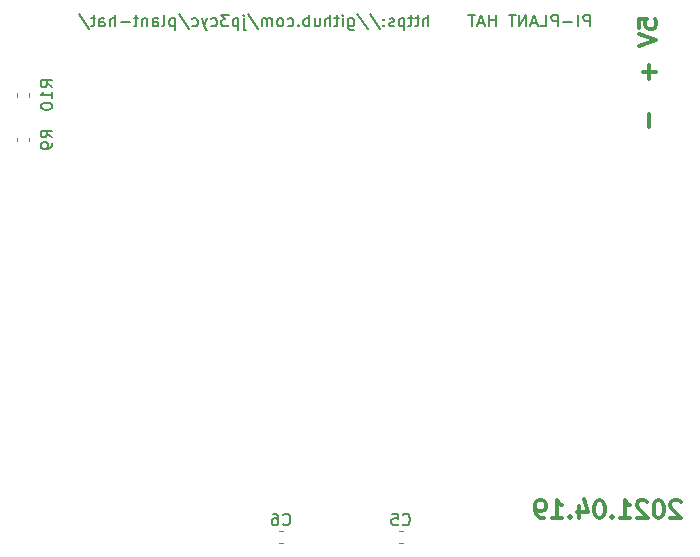
<source format=gbr>
G04 #@! TF.GenerationSoftware,KiCad,Pcbnew,(5.0.2)-1*
G04 #@! TF.CreationDate,2021-04-20T16:55:03+09:00*
G04 #@! TF.ProjectId,pi-ups,70692d75-7073-42e6-9b69-6361645f7063,rev?*
G04 #@! TF.SameCoordinates,Original*
G04 #@! TF.FileFunction,Legend,Bot*
G04 #@! TF.FilePolarity,Positive*
%FSLAX46Y46*%
G04 Gerber Fmt 4.6, Leading zero omitted, Abs format (unit mm)*
G04 Created by KiCad (PCBNEW (5.0.2)-1) date 2021/04/20 16:55:03*
%MOMM*%
%LPD*%
G01*
G04 APERTURE LIST*
%ADD10C,0.300000*%
%ADD11C,0.200000*%
%ADD12C,0.120000*%
%ADD13C,0.150000*%
G04 APERTURE END LIST*
D10*
X148636857Y-136481428D02*
X148565428Y-136410000D01*
X148422571Y-136338571D01*
X148065428Y-136338571D01*
X147922571Y-136410000D01*
X147851142Y-136481428D01*
X147779714Y-136624285D01*
X147779714Y-136767142D01*
X147851142Y-136981428D01*
X148708285Y-137838571D01*
X147779714Y-137838571D01*
X146851142Y-136338571D02*
X146708285Y-136338571D01*
X146565428Y-136410000D01*
X146494000Y-136481428D01*
X146422571Y-136624285D01*
X146351142Y-136910000D01*
X146351142Y-137267142D01*
X146422571Y-137552857D01*
X146494000Y-137695714D01*
X146565428Y-137767142D01*
X146708285Y-137838571D01*
X146851142Y-137838571D01*
X146994000Y-137767142D01*
X147065428Y-137695714D01*
X147136857Y-137552857D01*
X147208285Y-137267142D01*
X147208285Y-136910000D01*
X147136857Y-136624285D01*
X147065428Y-136481428D01*
X146994000Y-136410000D01*
X146851142Y-136338571D01*
X145779714Y-136481428D02*
X145708285Y-136410000D01*
X145565428Y-136338571D01*
X145208285Y-136338571D01*
X145065428Y-136410000D01*
X144994000Y-136481428D01*
X144922571Y-136624285D01*
X144922571Y-136767142D01*
X144994000Y-136981428D01*
X145851142Y-137838571D01*
X144922571Y-137838571D01*
X143494000Y-137838571D02*
X144351142Y-137838571D01*
X143922571Y-137838571D02*
X143922571Y-136338571D01*
X144065428Y-136552857D01*
X144208285Y-136695714D01*
X144351142Y-136767142D01*
X142851142Y-137695714D02*
X142779714Y-137767142D01*
X142851142Y-137838571D01*
X142922571Y-137767142D01*
X142851142Y-137695714D01*
X142851142Y-137838571D01*
X141851142Y-136338571D02*
X141708285Y-136338571D01*
X141565428Y-136410000D01*
X141494000Y-136481428D01*
X141422571Y-136624285D01*
X141351142Y-136910000D01*
X141351142Y-137267142D01*
X141422571Y-137552857D01*
X141494000Y-137695714D01*
X141565428Y-137767142D01*
X141708285Y-137838571D01*
X141851142Y-137838571D01*
X141994000Y-137767142D01*
X142065428Y-137695714D01*
X142136857Y-137552857D01*
X142208285Y-137267142D01*
X142208285Y-136910000D01*
X142136857Y-136624285D01*
X142065428Y-136481428D01*
X141994000Y-136410000D01*
X141851142Y-136338571D01*
X140065428Y-136838571D02*
X140065428Y-137838571D01*
X140422571Y-136267142D02*
X140779714Y-137338571D01*
X139851142Y-137338571D01*
X139279714Y-137695714D02*
X139208285Y-137767142D01*
X139279714Y-137838571D01*
X139351142Y-137767142D01*
X139279714Y-137695714D01*
X139279714Y-137838571D01*
X137779714Y-137838571D02*
X138636857Y-137838571D01*
X138208285Y-137838571D02*
X138208285Y-136338571D01*
X138351142Y-136552857D01*
X138494000Y-136695714D01*
X138636857Y-136767142D01*
X137065428Y-137838571D02*
X136779714Y-137838571D01*
X136636857Y-137767142D01*
X136565428Y-137695714D01*
X136422571Y-137481428D01*
X136351142Y-137195714D01*
X136351142Y-136624285D01*
X136422571Y-136481428D01*
X136494000Y-136410000D01*
X136636857Y-136338571D01*
X136922571Y-136338571D01*
X137065428Y-136410000D01*
X137136857Y-136481428D01*
X137208285Y-136624285D01*
X137208285Y-136981428D01*
X137136857Y-137124285D01*
X137065428Y-137195714D01*
X136922571Y-137267142D01*
X136636857Y-137267142D01*
X136494000Y-137195714D01*
X136422571Y-137124285D01*
X136351142Y-136981428D01*
D11*
X140951428Y-96210380D02*
X140951428Y-95210380D01*
X140570476Y-95210380D01*
X140475238Y-95258000D01*
X140427619Y-95305619D01*
X140380000Y-95400857D01*
X140380000Y-95543714D01*
X140427619Y-95638952D01*
X140475238Y-95686571D01*
X140570476Y-95734190D01*
X140951428Y-95734190D01*
X139951428Y-96210380D02*
X139951428Y-95210380D01*
X139475238Y-95829428D02*
X138713333Y-95829428D01*
X138237142Y-96210380D02*
X138237142Y-95210380D01*
X137856190Y-95210380D01*
X137760952Y-95258000D01*
X137713333Y-95305619D01*
X137665714Y-95400857D01*
X137665714Y-95543714D01*
X137713333Y-95638952D01*
X137760952Y-95686571D01*
X137856190Y-95734190D01*
X138237142Y-95734190D01*
X136760952Y-96210380D02*
X137237142Y-96210380D01*
X137237142Y-95210380D01*
X136475238Y-95924666D02*
X135999047Y-95924666D01*
X136570476Y-96210380D02*
X136237142Y-95210380D01*
X135903809Y-96210380D01*
X135570476Y-96210380D02*
X135570476Y-95210380D01*
X134999047Y-96210380D01*
X134999047Y-95210380D01*
X134665714Y-95210380D02*
X134094285Y-95210380D01*
X134380000Y-96210380D02*
X134380000Y-95210380D01*
X132999047Y-96210380D02*
X132999047Y-95210380D01*
X132999047Y-95686571D02*
X132427619Y-95686571D01*
X132427619Y-96210380D02*
X132427619Y-95210380D01*
X131999047Y-95924666D02*
X131522857Y-95924666D01*
X132094285Y-96210380D02*
X131760952Y-95210380D01*
X131427619Y-96210380D01*
X131237142Y-95210380D02*
X130665714Y-95210380D01*
X130951428Y-96210380D02*
X130951428Y-95210380D01*
X127284761Y-96210380D02*
X127284761Y-95210380D01*
X126856190Y-96210380D02*
X126856190Y-95686571D01*
X126903809Y-95591333D01*
X126999047Y-95543714D01*
X127141904Y-95543714D01*
X127237142Y-95591333D01*
X127284761Y-95638952D01*
X126522857Y-95543714D02*
X126141904Y-95543714D01*
X126380000Y-95210380D02*
X126380000Y-96067523D01*
X126332380Y-96162761D01*
X126237142Y-96210380D01*
X126141904Y-96210380D01*
X125951428Y-95543714D02*
X125570476Y-95543714D01*
X125808571Y-95210380D02*
X125808571Y-96067523D01*
X125760952Y-96162761D01*
X125665714Y-96210380D01*
X125570476Y-96210380D01*
X125237142Y-95543714D02*
X125237142Y-96543714D01*
X125237142Y-95591333D02*
X125141904Y-95543714D01*
X124951428Y-95543714D01*
X124856190Y-95591333D01*
X124808571Y-95638952D01*
X124760952Y-95734190D01*
X124760952Y-96019904D01*
X124808571Y-96115142D01*
X124856190Y-96162761D01*
X124951428Y-96210380D01*
X125141904Y-96210380D01*
X125237142Y-96162761D01*
X124380000Y-96162761D02*
X124284761Y-96210380D01*
X124094285Y-96210380D01*
X123999047Y-96162761D01*
X123951428Y-96067523D01*
X123951428Y-96019904D01*
X123999047Y-95924666D01*
X124094285Y-95877047D01*
X124237142Y-95877047D01*
X124332380Y-95829428D01*
X124380000Y-95734190D01*
X124380000Y-95686571D01*
X124332380Y-95591333D01*
X124237142Y-95543714D01*
X124094285Y-95543714D01*
X123999047Y-95591333D01*
X123522857Y-96115142D02*
X123475238Y-96162761D01*
X123522857Y-96210380D01*
X123570476Y-96162761D01*
X123522857Y-96115142D01*
X123522857Y-96210380D01*
X123522857Y-95591333D02*
X123475238Y-95638952D01*
X123522857Y-95686571D01*
X123570476Y-95638952D01*
X123522857Y-95591333D01*
X123522857Y-95686571D01*
X122332380Y-95162761D02*
X123189523Y-96448476D01*
X121284761Y-95162761D02*
X122141904Y-96448476D01*
X120522857Y-95543714D02*
X120522857Y-96353238D01*
X120570476Y-96448476D01*
X120618095Y-96496095D01*
X120713333Y-96543714D01*
X120856190Y-96543714D01*
X120951428Y-96496095D01*
X120522857Y-96162761D02*
X120618095Y-96210380D01*
X120808571Y-96210380D01*
X120903809Y-96162761D01*
X120951428Y-96115142D01*
X120999047Y-96019904D01*
X120999047Y-95734190D01*
X120951428Y-95638952D01*
X120903809Y-95591333D01*
X120808571Y-95543714D01*
X120618095Y-95543714D01*
X120522857Y-95591333D01*
X120046666Y-96210380D02*
X120046666Y-95543714D01*
X120046666Y-95210380D02*
X120094285Y-95258000D01*
X120046666Y-95305619D01*
X119999047Y-95258000D01*
X120046666Y-95210380D01*
X120046666Y-95305619D01*
X119713333Y-95543714D02*
X119332380Y-95543714D01*
X119570476Y-95210380D02*
X119570476Y-96067523D01*
X119522857Y-96162761D01*
X119427619Y-96210380D01*
X119332380Y-96210380D01*
X118999047Y-96210380D02*
X118999047Y-95210380D01*
X118570476Y-96210380D02*
X118570476Y-95686571D01*
X118618095Y-95591333D01*
X118713333Y-95543714D01*
X118856190Y-95543714D01*
X118951428Y-95591333D01*
X118999047Y-95638952D01*
X117665714Y-95543714D02*
X117665714Y-96210380D01*
X118094285Y-95543714D02*
X118094285Y-96067523D01*
X118046666Y-96162761D01*
X117951428Y-96210380D01*
X117808571Y-96210380D01*
X117713333Y-96162761D01*
X117665714Y-96115142D01*
X117189523Y-96210380D02*
X117189523Y-95210380D01*
X117189523Y-95591333D02*
X117094285Y-95543714D01*
X116903809Y-95543714D01*
X116808571Y-95591333D01*
X116760952Y-95638952D01*
X116713333Y-95734190D01*
X116713333Y-96019904D01*
X116760952Y-96115142D01*
X116808571Y-96162761D01*
X116903809Y-96210380D01*
X117094285Y-96210380D01*
X117189523Y-96162761D01*
X116284761Y-96115142D02*
X116237142Y-96162761D01*
X116284761Y-96210380D01*
X116332380Y-96162761D01*
X116284761Y-96115142D01*
X116284761Y-96210380D01*
X115380000Y-96162761D02*
X115475238Y-96210380D01*
X115665714Y-96210380D01*
X115760952Y-96162761D01*
X115808571Y-96115142D01*
X115856190Y-96019904D01*
X115856190Y-95734190D01*
X115808571Y-95638952D01*
X115760952Y-95591333D01*
X115665714Y-95543714D01*
X115475238Y-95543714D01*
X115380000Y-95591333D01*
X114808571Y-96210380D02*
X114903809Y-96162761D01*
X114951428Y-96115142D01*
X114999047Y-96019904D01*
X114999047Y-95734190D01*
X114951428Y-95638952D01*
X114903809Y-95591333D01*
X114808571Y-95543714D01*
X114665714Y-95543714D01*
X114570476Y-95591333D01*
X114522857Y-95638952D01*
X114475238Y-95734190D01*
X114475238Y-96019904D01*
X114522857Y-96115142D01*
X114570476Y-96162761D01*
X114665714Y-96210380D01*
X114808571Y-96210380D01*
X114046666Y-96210380D02*
X114046666Y-95543714D01*
X114046666Y-95638952D02*
X113999047Y-95591333D01*
X113903809Y-95543714D01*
X113760952Y-95543714D01*
X113665714Y-95591333D01*
X113618095Y-95686571D01*
X113618095Y-96210380D01*
X113618095Y-95686571D02*
X113570476Y-95591333D01*
X113475238Y-95543714D01*
X113332380Y-95543714D01*
X113237142Y-95591333D01*
X113189523Y-95686571D01*
X113189523Y-96210380D01*
X111999047Y-95162761D02*
X112856190Y-96448476D01*
X111665714Y-95543714D02*
X111665714Y-96400857D01*
X111713333Y-96496095D01*
X111808571Y-96543714D01*
X111856190Y-96543714D01*
X111665714Y-95210380D02*
X111713333Y-95258000D01*
X111665714Y-95305619D01*
X111618095Y-95258000D01*
X111665714Y-95210380D01*
X111665714Y-95305619D01*
X111189523Y-95543714D02*
X111189523Y-96543714D01*
X111189523Y-95591333D02*
X111094285Y-95543714D01*
X110903809Y-95543714D01*
X110808571Y-95591333D01*
X110760952Y-95638952D01*
X110713333Y-95734190D01*
X110713333Y-96019904D01*
X110760952Y-96115142D01*
X110808571Y-96162761D01*
X110903809Y-96210380D01*
X111094285Y-96210380D01*
X111189523Y-96162761D01*
X110380000Y-95210380D02*
X109760952Y-95210380D01*
X110094285Y-95591333D01*
X109951428Y-95591333D01*
X109856190Y-95638952D01*
X109808571Y-95686571D01*
X109760952Y-95781809D01*
X109760952Y-96019904D01*
X109808571Y-96115142D01*
X109856190Y-96162761D01*
X109951428Y-96210380D01*
X110237142Y-96210380D01*
X110332380Y-96162761D01*
X110380000Y-96115142D01*
X108903809Y-96162761D02*
X108999047Y-96210380D01*
X109189523Y-96210380D01*
X109284761Y-96162761D01*
X109332380Y-96115142D01*
X109380000Y-96019904D01*
X109380000Y-95734190D01*
X109332380Y-95638952D01*
X109284761Y-95591333D01*
X109189523Y-95543714D01*
X108999047Y-95543714D01*
X108903809Y-95591333D01*
X108570476Y-95543714D02*
X108332380Y-96210380D01*
X108094285Y-95543714D02*
X108332380Y-96210380D01*
X108427619Y-96448476D01*
X108475238Y-96496095D01*
X108570476Y-96543714D01*
X107284761Y-96162761D02*
X107380000Y-96210380D01*
X107570476Y-96210380D01*
X107665714Y-96162761D01*
X107713333Y-96115142D01*
X107760952Y-96019904D01*
X107760952Y-95734190D01*
X107713333Y-95638952D01*
X107665714Y-95591333D01*
X107570476Y-95543714D01*
X107380000Y-95543714D01*
X107284761Y-95591333D01*
X106141904Y-95162761D02*
X106999047Y-96448476D01*
X105808571Y-95543714D02*
X105808571Y-96543714D01*
X105808571Y-95591333D02*
X105713333Y-95543714D01*
X105522857Y-95543714D01*
X105427619Y-95591333D01*
X105380000Y-95638952D01*
X105332380Y-95734190D01*
X105332380Y-96019904D01*
X105380000Y-96115142D01*
X105427619Y-96162761D01*
X105522857Y-96210380D01*
X105713333Y-96210380D01*
X105808571Y-96162761D01*
X104760952Y-96210380D02*
X104856190Y-96162761D01*
X104903809Y-96067523D01*
X104903809Y-95210380D01*
X103951428Y-96210380D02*
X103951428Y-95686571D01*
X103999047Y-95591333D01*
X104094285Y-95543714D01*
X104284761Y-95543714D01*
X104380000Y-95591333D01*
X103951428Y-96162761D02*
X104046666Y-96210380D01*
X104284761Y-96210380D01*
X104380000Y-96162761D01*
X104427619Y-96067523D01*
X104427619Y-95972285D01*
X104380000Y-95877047D01*
X104284761Y-95829428D01*
X104046666Y-95829428D01*
X103951428Y-95781809D01*
X103475238Y-95543714D02*
X103475238Y-96210380D01*
X103475238Y-95638952D02*
X103427619Y-95591333D01*
X103332380Y-95543714D01*
X103189523Y-95543714D01*
X103094285Y-95591333D01*
X103046666Y-95686571D01*
X103046666Y-96210380D01*
X102713333Y-95543714D02*
X102332380Y-95543714D01*
X102570476Y-95210380D02*
X102570476Y-96067523D01*
X102522857Y-96162761D01*
X102427619Y-96210380D01*
X102332380Y-96210380D01*
X101999047Y-95829428D02*
X101237142Y-95829428D01*
X100760952Y-96210380D02*
X100760952Y-95210380D01*
X100332380Y-96210380D02*
X100332380Y-95686571D01*
X100380000Y-95591333D01*
X100475238Y-95543714D01*
X100618095Y-95543714D01*
X100713333Y-95591333D01*
X100760952Y-95638952D01*
X99427619Y-96210380D02*
X99427619Y-95686571D01*
X99475238Y-95591333D01*
X99570476Y-95543714D01*
X99760952Y-95543714D01*
X99856190Y-95591333D01*
X99427619Y-96162761D02*
X99522857Y-96210380D01*
X99760952Y-96210380D01*
X99856190Y-96162761D01*
X99903809Y-96067523D01*
X99903809Y-95972285D01*
X99856190Y-95877047D01*
X99760952Y-95829428D01*
X99522857Y-95829428D01*
X99427619Y-95781809D01*
X99094285Y-95543714D02*
X98713333Y-95543714D01*
X98951428Y-95210380D02*
X98951428Y-96067523D01*
X98903809Y-96162761D01*
X98808571Y-96210380D01*
X98713333Y-96210380D01*
X97665714Y-95162761D02*
X98522857Y-96448476D01*
D10*
X145078571Y-96342857D02*
X145078571Y-95628571D01*
X145792857Y-95557142D01*
X145721428Y-95628571D01*
X145650000Y-95771428D01*
X145650000Y-96128571D01*
X145721428Y-96271428D01*
X145792857Y-96342857D01*
X145935714Y-96414285D01*
X146292857Y-96414285D01*
X146435714Y-96342857D01*
X146507142Y-96271428D01*
X146578571Y-96128571D01*
X146578571Y-95771428D01*
X146507142Y-95628571D01*
X146435714Y-95557142D01*
X145078571Y-96842857D02*
X146578571Y-97342857D01*
X145078571Y-97842857D01*
X146007142Y-99485714D02*
X146007142Y-100628571D01*
X146578571Y-100057142D02*
X145435714Y-100057142D01*
X146007142Y-103628571D02*
X146007142Y-104771428D01*
D12*
G04 #@! TO.C,C6*
X114970779Y-139956000D02*
X114645221Y-139956000D01*
X114970779Y-138936000D02*
X114645221Y-138936000D01*
G04 #@! TO.C,C5*
X125105279Y-138936000D02*
X124779721Y-138936000D01*
X125105279Y-139956000D02*
X124779721Y-139956000D01*
G04 #@! TO.C,R9*
X92490000Y-105624721D02*
X92490000Y-105950279D01*
X93510000Y-105624721D02*
X93510000Y-105950279D01*
G04 #@! TO.C,R10*
X93510000Y-101837221D02*
X93510000Y-102162779D01*
X92490000Y-101837221D02*
X92490000Y-102162779D01*
G04 #@! TO.C,C6*
D13*
X114974666Y-138373142D02*
X115022285Y-138420761D01*
X115165142Y-138468380D01*
X115260380Y-138468380D01*
X115403238Y-138420761D01*
X115498476Y-138325523D01*
X115546095Y-138230285D01*
X115593714Y-138039809D01*
X115593714Y-137896952D01*
X115546095Y-137706476D01*
X115498476Y-137611238D01*
X115403238Y-137516000D01*
X115260380Y-137468380D01*
X115165142Y-137468380D01*
X115022285Y-137516000D01*
X114974666Y-137563619D01*
X114117523Y-137468380D02*
X114308000Y-137468380D01*
X114403238Y-137516000D01*
X114450857Y-137563619D01*
X114546095Y-137706476D01*
X114593714Y-137896952D01*
X114593714Y-138277904D01*
X114546095Y-138373142D01*
X114498476Y-138420761D01*
X114403238Y-138468380D01*
X114212761Y-138468380D01*
X114117523Y-138420761D01*
X114069904Y-138373142D01*
X114022285Y-138277904D01*
X114022285Y-138039809D01*
X114069904Y-137944571D01*
X114117523Y-137896952D01*
X114212761Y-137849333D01*
X114403238Y-137849333D01*
X114498476Y-137896952D01*
X114546095Y-137944571D01*
X114593714Y-138039809D01*
G04 #@! TO.C,C5*
X125109166Y-138373142D02*
X125156785Y-138420761D01*
X125299642Y-138468380D01*
X125394880Y-138468380D01*
X125537738Y-138420761D01*
X125632976Y-138325523D01*
X125680595Y-138230285D01*
X125728214Y-138039809D01*
X125728214Y-137896952D01*
X125680595Y-137706476D01*
X125632976Y-137611238D01*
X125537738Y-137516000D01*
X125394880Y-137468380D01*
X125299642Y-137468380D01*
X125156785Y-137516000D01*
X125109166Y-137563619D01*
X124204404Y-137468380D02*
X124680595Y-137468380D01*
X124728214Y-137944571D01*
X124680595Y-137896952D01*
X124585357Y-137849333D01*
X124347261Y-137849333D01*
X124252023Y-137896952D01*
X124204404Y-137944571D01*
X124156785Y-138039809D01*
X124156785Y-138277904D01*
X124204404Y-138373142D01*
X124252023Y-138420761D01*
X124347261Y-138468380D01*
X124585357Y-138468380D01*
X124680595Y-138420761D01*
X124728214Y-138373142D01*
G04 #@! TO.C,R9*
X95448380Y-105620833D02*
X94972190Y-105287500D01*
X95448380Y-105049404D02*
X94448380Y-105049404D01*
X94448380Y-105430357D01*
X94496000Y-105525595D01*
X94543619Y-105573214D01*
X94638857Y-105620833D01*
X94781714Y-105620833D01*
X94876952Y-105573214D01*
X94924571Y-105525595D01*
X94972190Y-105430357D01*
X94972190Y-105049404D01*
X95448380Y-106097023D02*
X95448380Y-106287500D01*
X95400761Y-106382738D01*
X95353142Y-106430357D01*
X95210285Y-106525595D01*
X95019809Y-106573214D01*
X94638857Y-106573214D01*
X94543619Y-106525595D01*
X94496000Y-106477976D01*
X94448380Y-106382738D01*
X94448380Y-106192261D01*
X94496000Y-106097023D01*
X94543619Y-106049404D01*
X94638857Y-106001785D01*
X94876952Y-106001785D01*
X94972190Y-106049404D01*
X95019809Y-106097023D01*
X95067428Y-106192261D01*
X95067428Y-106382738D01*
X95019809Y-106477976D01*
X94972190Y-106525595D01*
X94876952Y-106573214D01*
G04 #@! TO.C,R10*
X95448380Y-101357142D02*
X94972190Y-101023809D01*
X95448380Y-100785714D02*
X94448380Y-100785714D01*
X94448380Y-101166666D01*
X94496000Y-101261904D01*
X94543619Y-101309523D01*
X94638857Y-101357142D01*
X94781714Y-101357142D01*
X94876952Y-101309523D01*
X94924571Y-101261904D01*
X94972190Y-101166666D01*
X94972190Y-100785714D01*
X95448380Y-102309523D02*
X95448380Y-101738095D01*
X95448380Y-102023809D02*
X94448380Y-102023809D01*
X94591238Y-101928571D01*
X94686476Y-101833333D01*
X94734095Y-101738095D01*
X94448380Y-102928571D02*
X94448380Y-103023809D01*
X94496000Y-103119047D01*
X94543619Y-103166666D01*
X94638857Y-103214285D01*
X94829333Y-103261904D01*
X95067428Y-103261904D01*
X95257904Y-103214285D01*
X95353142Y-103166666D01*
X95400761Y-103119047D01*
X95448380Y-103023809D01*
X95448380Y-102928571D01*
X95400761Y-102833333D01*
X95353142Y-102785714D01*
X95257904Y-102738095D01*
X95067428Y-102690476D01*
X94829333Y-102690476D01*
X94638857Y-102738095D01*
X94543619Y-102785714D01*
X94496000Y-102833333D01*
X94448380Y-102928571D01*
G04 #@! TD*
M02*

</source>
